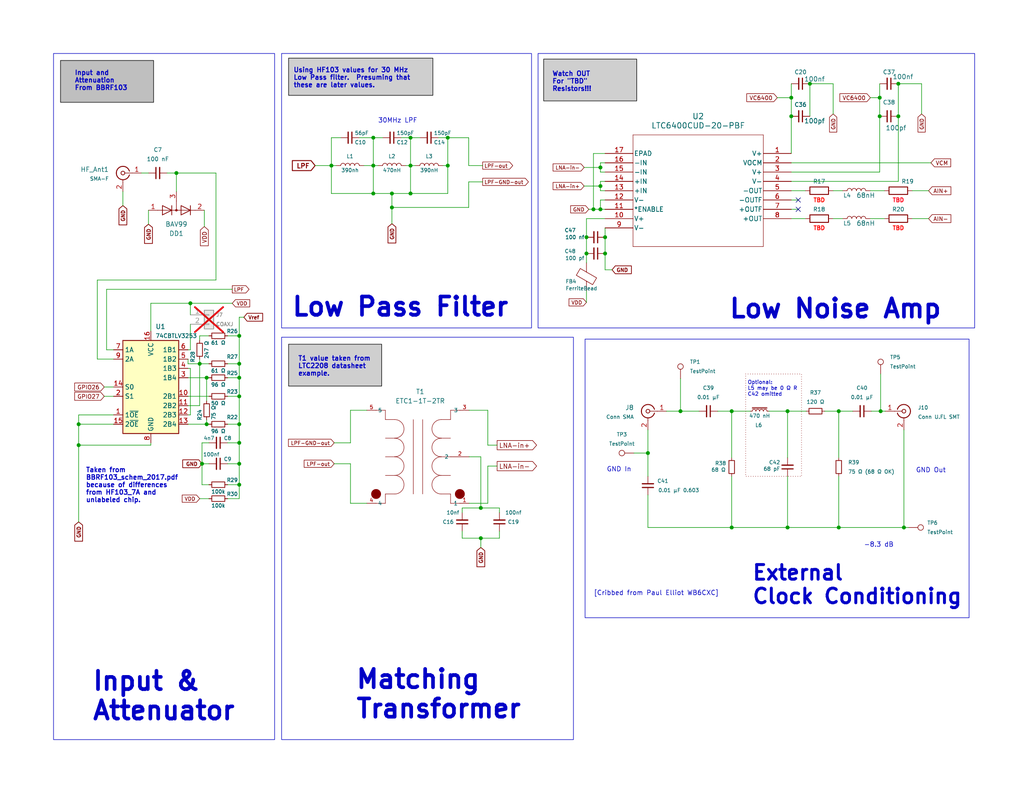
<source format=kicad_sch>
(kicad_sch (version 20231120) (generator "eeschema") (generator_version "8.0")
  (paper "USLetter")
  (title_block (title "PSWS-HF103-proto") (date "2025-04-28") (rev "0.1.0") (company "Dave Witten, KD0EAG") (comment 2 "[ A Minimalist Rework of HF-103 designed by Oskar Stella, ik1xpv ]") (comment 3 "Infineon/Cypress  FX3 DevKit and LTC2208 Demo modules") (comment 4 "A development straw-man based on the"))
  (lib_symbols
    (symbol "Analog_Switch:SN74CBT3253"
      (property "Reference" "U" (at -7.62 13.97 0))
      (property "Value" "SN74CBT3253" (at -11.43 -13.97 0))
      (symbol "SN74CBT3253_0_1"
        (rectangle (start -7.62 12.7) (end 7.62 -12.7) (stroke (width 0.254)) (fill (type background)))
        (rectangle (start 7.62 -12.7) (end 7.62 -12.7))
      )
      (symbol "SN74CBT3253_1_1"
        (pin input line (at -10.16 -7.62 0) (length 2.54) (name "1~{OE}") (number "1"))
        (pin bidirectional line (at 10.16 -2.54 180) (length 2.54) (name "2B1") (number "10"))
        (pin bidirectional line (at 10.16 -5.08 180) (length 2.54) (name "2B2") (number "11"))
        (pin bidirectional line (at 10.16 -7.62 180) (length 2.54) (name "2B3") (number "12"))
        (pin bidirectional line (at 10.16 -10.16 180) (length 2.54) (name "2B4") (number "13"))
        (pin input line (at -10.16 0 0) (length 2.54) (name "S0") (number "14"))
        (pin input line (at -10.16 -10.16 0) (length 2.54) (name "2~{OE}") (number "15"))
        (pin power_in line (at 0 15.24 270) (length 2.54) (name "VCC") (number "16"))
        (pin input line (at -10.16 -2.54 0) (length 2.54) (name "S1") (number "2"))
        (pin bidirectional line (at 10.16 2.54 180) (length 2.54) (name "1B4") (number "3"))
        (pin bidirectional line (at 10.16 5.08 180) (length 2.54) (name "1B3") (number "4"))
        (pin bidirectional line (at 10.16 7.62 180) (length 2.54) (name "1B2") (number "5"))
        (pin bidirectional line (at 10.16 10.16 180) (length 2.54) (name "1B1") (number "6"))
        (pin bidirectional line (at -10.16 10.16 0) (length 2.54) (name "1A") (number "7"))
        (pin power_in line (at 0 -15.24 90) (length 2.54) (name "GND") (number "8"))
        (pin bidirectional line (at -10.16 7.62 0) (length 2.54) (name "2A") (number "9"))
      )
    )
    (symbol "Conn_Coaxial_1" (pin_names (offset 1.016) hide)
      (property "Reference" "J" (at 0.254 3.048 0))
      (property "Value" "Conn_Coaxial" (at 2.921 0 90))
      (symbol "Conn_Coaxial_1_0_1"
        (arc (start -1.778 -0.508) (mid 0.2311 -1.8066) (end 1.778 0) (stroke (width 0.254)))
        (polyline (pts (xy -2.54 0) (xy -0.508 0)))
        (polyline (pts (xy 0 -2.54) (xy 0 -1.778)))
        (circle (center 0 0) (radius 0.508) (stroke (width 0.2032)))
        (arc (start 1.778 0) (mid 0.2099 1.8101) (end -1.778 0.508) (stroke (width 0.254)))
      )
      (symbol "Conn_Coaxial_1_1_1"
        (pin passive line (at -5.08 0 0) (length 2.54) (name "In") (number "1"))
        (pin passive line (at 0 -5.08 90) (length 2.54) (name "Ext") (number "2"))
      )
    )
    (symbol "Connector:Conn_Coaxial" (pin_names (offset 1.016) hide)
      (property "Reference" "J" (at 0.254 3.048 0))
      (property "Value" "Conn_Coaxial" (at 2.921 0 90))
      (symbol "Conn_Coaxial_0_1"
        (arc (start -1.778 -0.508) (mid 0.2311 -1.8066) (end 1.778 0) (stroke (width 0.254)))
        (polyline (pts (xy -2.54 0) (xy -0.508 0)))
        (polyline (pts (xy 0 -2.54) (xy 0 -1.778)))
        (circle (center 0 0) (radius 0.508) (stroke (width 0.2032)))
        (arc (start 1.778 0) (mid 0.2099 1.8101) (end -1.778 0.508) (stroke (width 0.254)))
      )
      (symbol "Conn_Coaxial_1_1"
        (pin passive line (at -5.08 0 0) (length 2.54) (name "In") (number "1"))
        (pin passive line (at 0 -5.08 90) (length 2.54) (name "Ext") (number "2"))
      )
    )
    (symbol "Connector:TestPoint" (pin_numbers hide) (pin_names (offset 0.762) hide)
      (property "Reference" "TP" (at 0 6.858 0))
      (property "Value" "TestPoint" (at 0 5.08 0))
      (symbol "TestPoint_0_1"
        (circle (center 0 3.302) (radius 0.762))
      )
      (symbol "TestPoint_1_1"
        (pin passive line (at 0 0 90) (length 2.54) (name "1") (number "1"))
      )
    )
    (symbol "Connector_Generic:Conn_01x02" (pin_names (offset 1.016) hide)
      (property "Reference" "J" (at 0 2.54 0))
      (property "Value" "Conn_01x02" (at 0 -5.08 0))
      (symbol "Conn_01x02_1_1"
        (rectangle (start -1.27 -2.413) (end 0 -2.667) (stroke (width 0.1524)))
        (rectangle (start -1.27 0.127) (end 0 -0.127) (stroke (width 0.1524)))
        (rectangle (start -1.27 1.27) (end 1.27 -3.81) (stroke (width 0.254)) (fill (type background)))
        (pin passive line (at -5.08 0 0) (length 3.81) (name "Pin_1") (number "1"))
        (pin passive line (at -5.08 -2.54 0) (length 3.81) (name "Pin_2") (number "2"))
      )
    )
    (symbol "Device:C_Small" (pin_numbers hide) (pin_names (offset 0.254) hide)
      (property "Reference" "C" (at 0.254 1.778 0))
      (property "Value" "C_Small" (at 0.254 -2.032 0))
      (symbol "C_Small_0_1"
        (polyline (pts (xy -1.524 -0.508) (xy 1.524 -0.508)) (stroke (width 0.3302)))
        (polyline (pts (xy -1.524 0.508) (xy 1.524 0.508)) (stroke (width 0.3048)))
      )
      (symbol "C_Small_1_1"
        (pin passive line (at 0 2.54 270) (length 2.032) (name "~") (number "1"))
        (pin passive line (at 0 -2.54 90) (length 2.032) (name "~") (number "2"))
      )
    )
    (symbol "Device:FerriteBead" (pin_numbers hide) (pin_names (offset 0))
      (property "Reference" "FB" (at -3.81 0.635 90))
      (property "Value" "FerriteBead" (at 3.81 0 90))
      (symbol "FerriteBead_0_1"
        (polyline (pts (xy 0 -1.27) (xy 0 -1.2192)))
        (polyline (pts (xy 0 1.27) (xy 0 1.2954)))
        (polyline (pts (xy -2.7686 0.4064) (xy -1.7018 2.2606) (xy 2.7686 -0.3048) (xy 1.6764 -2.159) (xy -2.7686 0.4064)))
      )
      (symbol "FerriteBead_1_1"
        (pin passive line (at 0 3.81 270) (length 2.54) (name "~") (number "1"))
        (pin passive line (at 0 -3.81 90) (length 2.54) (name "~") (number "2"))
      )
    )
    (symbol "Device:L" (pin_numbers hide) (pin_names (offset 1.016) hide)
      (property "Reference" "L" (at -1.27 0 90))
      (property "Value" "L" (at 1.905 0 90))
      (symbol "L_0_1"
        (arc (start 0 -2.54) (mid 0.6323 -1.905) (end 0 -1.27))
        (arc (start 0 -1.27) (mid 0.6323 -0.635) (end 0 0))
        (arc (start 0 0) (mid 0.6323 0.635) (end 0 1.27))
        (arc (start 0 1.27) (mid 0.6323 1.905) (end 0 2.54))
      )
      (symbol "L_1_1"
        (pin passive line (at 0 3.81 270) (length 1.27) (name "1") (number "1"))
        (pin passive line (at 0 -3.81 90) (length 1.27) (name "2") (number "2"))
      )
    )
    (symbol "Device:L_Iron_Small" (pin_numbers hide) (pin_names (offset 0.254) hide)
      (property "Reference" "L" (at 1.27 1.016 0))
      (property "Value" "L_Iron_Small" (at 1.27 -1.27 0))
      (symbol "L_Iron_Small_0_1"
        (arc (start 0 -2.032) (mid 0.5058 -1.524) (end 0 -1.016))
        (arc (start 0 -1.016) (mid 0.5058 -0.508) (end 0 0))
        (polyline (pts (xy 0.762 2.032) (xy 0.762 -2.032)))
        (polyline (pts (xy 1.016 -2.032) (xy 1.016 2.032)))
        (arc (start 0 0) (mid 0.5058 0.508) (end 0 1.016))
        (arc (start 0 1.016) (mid 0.5058 1.524) (end 0 2.032))
      )
      (symbol "L_Iron_Small_1_1"
        (pin passive line (at 0 2.54 270) (length 0.508) (name "~") (number "1"))
        (pin passive line (at 0 -2.54 90) (length 0.508) (name "~") (number "2"))
      )
    )
    (symbol "Device:R" (pin_numbers hide) (pin_names (offset 0))
      (property "Reference" "R" (at 2.032 0 90))
      (property "Value" "R" (at 0 0 90))
      (symbol "R_0_1"
        (rectangle (start -1.016 -2.54) (end 1.016 2.54) (stroke (width 0.254)))
      )
      (symbol "R_1_1"
        (pin passive line (at 0 3.81 270) (length 1.27) (name "~") (number "1"))
        (pin passive line (at 0 -3.81 90) (length 1.27) (name "~") (number "2"))
      )
    )
    (symbol "Device:R_Small" (pin_numbers hide) (pin_names (offset 0.254) hide)
      (property "Reference" "R" (at 0.762 0.508 0))
      (property "Value" "R_Small" (at 0.762 -1.016 0))
      (symbol "R_Small_0_1"
        (rectangle (start -0.762 1.778) (end 0.762 -1.778) (stroke (width 0.2032)))
      )
      (symbol "R_Small_1_1"
        (pin passive line (at 0 2.54 270) (length 0.762) (name "~") (number "1"))
        (pin passive line (at 0 -2.54 90) (length 0.762) (name "~") (number "2"))
      )
    )
    (symbol "Diode:BAV99" (pin_names hide)
      (property "Reference" "D" (at 0 5.08 0))
      (property "Value" "BAV99" (at 0 2.54 0))
      (symbol "BAV99_0_1"
        (polyline (pts (xy -5.08 0) (xy 5.08 0)))
      )
      (symbol "BAV99_1_1"
        (polyline (pts (xy 0 0) (xy 0 -2.54)))
        (polyline (pts (xy -1.27 -1.27) (xy -1.27 1.27) (xy -1.27 1.27)) (stroke (width 0.2032)))
        (polyline (pts (xy 3.81 1.27) (xy 3.81 -1.27) (xy 3.81 -1.27)) (stroke (width 0.2032)))
        (polyline (pts (xy -3.81 1.27) (xy -1.27 0) (xy -3.81 -1.27) (xy -3.81 1.27) (xy -3.81 1.27) (xy -3.81 1.27)) (stroke (width 0.2032)))
        (polyline (pts (xy 1.27 1.27) (xy 3.81 0) (xy 1.27 -1.27) (xy 1.27 1.27) (xy 1.27 1.27) (xy 1.27 1.27)) (stroke (width 0.2032)))
        (circle (center 0 0) (radius 0.254) (fill (type outline)))
        (pin passive line (at -7.62 0 0) (length 2.54) (name "K") (number "1"))
        (pin passive line (at 7.62 0 180) (length 2.54) (name "A") (number "2"))
        (pin passive line (at 0 -5.08 90) (length 2.54) (name "K") (number "3"))
      )
    )
    (symbol "HF103-redux:LTC6400CUD-20-PBF" (pin_names (offset 0.254))
      (property "Reference" "U" (at 25.4 10.16 0))
      (property "Value" "LTC6400CUD-20-PBF" (at 25.4 7.62 0))
      (symbol "LTC6400CUD-20-PBF_0_1"
        (polyline (pts (xy 7.62 -25.4) (xy 43.18 -25.4)) (stroke (width 0.127)))
        (polyline (pts (xy 7.62 5.08) (xy 7.62 -25.4)) (stroke (width 0.127)))
        (polyline (pts (xy 43.18 -25.4) (xy 43.18 5.08)) (stroke (width 0.127)))
        (polyline (pts (xy 43.18 5.08) (xy 7.62 5.08)) (stroke (width 0.127)))
        (pin power_in line (at 0 0 0) (length 7.62) (name "V+") (number "1"))
        (pin power_in line (at 50.8 -17.78 180) (length 7.62) (name "V+") (number "10"))
        (pin input line (at 50.8 -15.24 180) (length 7.62) (name "*ENABLE") (number "11"))
        (pin power_in line (at 50.8 -12.7 180) (length 7.62) (name "V-") (number "12"))
        (pin input line (at 50.8 -10.16 180) (length 7.62) (name "+IN") (number "13"))
        (pin input line (at 50.8 -7.62 180) (length 7.62) (name "+IN") (number "14"))
        (pin input line (at 50.8 -5.08 180) (length 7.62) (name "-IN") (number "15"))
        (pin input line (at 50.8 -2.54 180) (length 7.62) (name "-IN") (number "16"))
        (pin unspecified line (at 50.8 0 180) (length 7.62) (name "EPAD") (number "17"))
        (pin output line (at 0 -2.54 0) (length 7.62) (name "VOCM") (number "2"))
        (pin power_in line (at 0 -5.08 0) (length 7.62) (name "V+") (number "3"))
        (pin power_in line (at 0 -7.62 0) (length 7.62) (name "V-") (number "4"))
        (pin output line (at 0 -10.16 0) (length 7.62) (name "-OUT") (number "5"))
        (pin output line (at 0 -12.7 0) (length 7.62) (name "-OUTF") (number "6"))
        (pin output line (at 0 -15.24 0) (length 7.62) (name "+OUTF") (number "7"))
        (pin output line (at 0 -17.78 0) (length 7.62) (name "+OUT") (number "8"))
        (pin power_in line (at 50.8 -20.32 180) (length 7.62) (name "V-") (number "9"))
      )
    )
    (symbol "MACOM_ETC1-1T-2TR:ETC1-1T-2TR"
      (property "Reference" "T2" (at 30.48 -0.6667 90))
      (property "Value" "ETC1-1T-2TR" (at 27.94 -0.6667 90))
      (property "Footprint" "MACOM_ETC1-1T-2TR:ETC1-1-13TR_MCM" (at 44.45 -94.92 0))
      (symbol "ETC1-1T-2TR_0_1"
        (polyline (pts (xy 0 -10.16) (xy 0 -12.7)) (stroke (width 0.127)))
        (polyline (pts (xy 0 10.16) (xy 0 7.62)) (stroke (width 0.127)))
        (polyline (pts (xy 2.54 -10.16) (xy 0 -10.16)) (stroke (width 0.127)))
        (polyline (pts (xy 2.54 -7.62) (xy 2.54 -10.16)) (stroke (width 0.127)))
        (polyline (pts (xy 2.54 -2.54) (xy 22.86 -2.54)) (stroke (width 0.127)))
        (polyline (pts (xy 2.54 0) (xy 22.86 0)) (stroke (width 0.127)))
        (polyline (pts (xy 2.54 5.08) (xy 2.54 7.62)) (stroke (width 0.127)))
        (polyline (pts (xy 2.54 7.62) (xy 0 7.62)) (stroke (width 0.127)))
        (polyline (pts (xy 7.62 -7.62) (xy 7.62 -10.16)) (stroke (width 0.127)))
        (polyline (pts (xy 7.62 5.08) (xy 7.62 7.62)) (stroke (width 0.127)))
        (polyline (pts (xy 12.7 -7.62) (xy 12.7 -10.16)) (stroke (width 0.127)))
        (polyline (pts (xy 12.7 5.08) (xy 12.7 7.62)) (stroke (width 0.127)))
        (polyline (pts (xy 17.78 -7.62) (xy 17.78 -10.16)) (stroke (width 0.127)))
        (polyline (pts (xy 17.78 5.08) (xy 17.78 7.62)) (stroke (width 0.127)))
        (polyline (pts (xy 22.86 -10.16) (xy 25.4 -10.16)) (stroke (width 0.127)))
        (polyline (pts (xy 22.86 -7.62) (xy 22.86 -10.16)) (stroke (width 0.127)))
        (polyline (pts (xy 22.86 5.08) (xy 22.86 7.62)) (stroke (width 0.127)))
        (polyline (pts (xy 22.86 7.62) (xy 25.4 7.62)) (stroke (width 0.127)))
        (polyline (pts (xy 25.4 -12.7) (xy 25.4 -10.16)) (stroke (width 0.127)))
        (polyline (pts (xy 25.4 10.16) (xy 25.4 7.62)) (stroke (width 0.127)))
        (arc (start 2.54 5.08) (mid 5.08 2.551) (end 7.62 5.08) (stroke (width 0.127)))
        (arc (start 7.62 -7.62) (mid 5.08 -5.091) (end 2.54 -7.62) (stroke (width 0.127)))
        (arc (start 7.62 5.08) (mid 10.16 2.551) (end 12.7 5.08) (stroke (width 0.127)))
        (arc (start 12.7 -7.62) (mid 10.16 -5.091) (end 7.62 -7.62) (stroke (width 0.127)))
        (arc (start 12.7 5.08) (mid 15.24 2.551) (end 17.78 5.08) (stroke (width 0.127)))
        (arc (start 17.78 -7.62) (mid 15.24 -5.091) (end 12.7 -7.62) (stroke (width 0.127)))
        (arc (start 17.78 5.08) (mid 20.32 2.551) (end 22.86 5.08) (stroke (width 0.127)))
        (arc (start 22.86 -7.62) (mid 20.32 -5.091) (end 17.78 -7.62) (stroke (width 0.127)))
      )
      (symbol "ETC1-1T-2TR_1_1"
        (circle (center 2.54 -12.7) (radius 1.27) (fill (type outline)))
        (circle (center 2.54 10.16) (radius 1.27) (fill (type outline)))
        (pin passive line (at 0 12.7 270) (length 2.54) (name "1") (number "1"))
        (pin passive line (at 12.7 12.7 270) (length 5.08) (name "2") (number "2"))
        (pin passive line (at 25.4 12.7 270) (length 2.54) (name "3") (number "3"))
        (pin passive line (at 0 -15.24 90) (length 2.54) (name "4") (number "4"))
        (pin passive line (at 25.4 -15.24 90) (length 2.54) (name "5") (number "5"))
      )
    )
  )
  (junction (at 215.9 26.67))
  (junction (at 228.854 144.018))
  (junction (at 65.278 120.904))
  (junction (at 101.854 52.832))
  (junction (at 65.278 115.824))
  (junction (at 176.784 123.698))
  (junction (at 56.388 103.124))
  (junction (at 65.278 108.204))
  (junction (at 131.191 146.939))
  (junction (at 54.483 99.314))
  (junction (at 21.463 121.539))
  (junction (at 240.284 112.268))
  (junction (at 131.191 138.684))
  (junction (at 215.9 31.75))
  (junction (at 112.014 45.212))
  (junction (at 65.278 132.334))
  (junction (at 48.133 47.244))
  (junction (at 199.644 144.018))
  (junction (at 101.854 37.592))
  (junction (at 122.174 45.212))
  (junction (at 65.278 99.314))
  (junction (at 122.174 37.592))
  (junction (at 65.278 91.694))
  (junction (at 161.925 57.15))
  (junction (at 56.388 115.824))
  (junction (at 245.11 22.86))
  (junction (at 160.02 64.77))
  (junction (at 101.854 45.212))
  (junction (at 214.884 112.268))
  (junction (at 163.83 57.15))
  (junction (at 228.854 112.268))
  (junction (at 51.943 82.804))
  (junction (at 199.644 112.268))
  (junction (at 106.934 56.642))
  (junction (at 240.03 26.67))
  (junction (at 21.463 115.824))
  (junction (at 163.83 50.8))
  (junction (at 90.424 45.212))
  (junction (at 240.03 31.75))
  (junction (at 112.014 37.592))
  (junction (at 65.278 103.124))
  (junction (at 160.02 69.215))
  (junction (at 165.1 64.77))
  (junction (at 246.634 144.018))
  (junction (at 163.83 45.72))
  (junction (at 220.98 22.86))
  (junction (at 55.118 126.619))
  (junction (at 185.674 112.268))
  (junction (at 214.884 144.018))
  (junction (at 112.014 52.832))
  (junction (at 106.934 52.832))
  (junction (at 165.1 69.215))
  (junction (at 245.11 31.75))
  (junction (at 65.278 126.619))
  (no_connect (at 217.805 54.61))
  (no_connect (at 217.805 57.15))
  (wire (pts (xy 251.46 31.115) (xy 251.46 22.86)))
  (wire (pts (xy 62.103 99.314) (xy 65.278 99.314)))
  (wire (pts (xy 126.111 145.034) (xy 126.111 146.939)))
  (wire (pts (xy 48.133 47.244) (xy 48.133 52.324)))
  (wire (pts (xy 159.385 45.72) (xy 163.83 45.72)))
  (wire (pts (xy 248.92 59.69) (xy 253.365 59.69)))
  (wire (pts (xy 112.014 45.212) (xy 113.284 45.212)))
  (wire (pts (xy 54.483 99.314) (xy 54.483 110.744)))
  (wire (pts (xy 227.33 31.115) (xy 227.33 22.86)))
  (wire (pts (xy 131.191 138.684) (xy 136.271 138.684)))
  (wire (pts (xy 215.9 54.61) (xy 217.805 54.61)))
  (wire (pts (xy 159.385 50.8) (xy 163.83 50.8)))
  (wire (pts (xy 176.784 144.018) (xy 199.644 144.018)))
  (wire (pts (xy 225.044 112.268) (xy 228.854 112.268)))
  (wire (pts (xy 126.111 138.684) (xy 126.111 139.954)))
  (wire (pts (xy 58.928 47.244) (xy 58.928 76.454)))
  (wire (pts (xy 51.308 99.314) (xy 51.308 98.044)))
  (wire (pts (xy 127.889 45.212) (xy 127.889 37.592)))
  (wire (pts (xy 131.191 124.714) (xy 128.016 124.714)))
  (wire (pts (xy 160.02 59.69) (xy 160.02 64.77)))
  (wire (pts (xy 95.631 137.414) (xy 100.076 137.414)))
  (wire (pts (xy 110.744 45.212) (xy 112.014 45.212)))
  (wire (pts (xy 199.644 144.018) (xy 214.884 144.018)))
  (wire (pts (xy 245.11 22.86) (xy 245.11 31.75)))
  (wire (pts (xy 172.974 123.698) (xy 176.784 123.698)))
  (wire (pts (xy 227.33 52.07) (xy 229.87 52.07)))
  (wire (pts (xy 195.834 112.268) (xy 199.644 112.268)))
  (wire (pts (xy 26.543 98.044) (xy 30.988 98.044)))
  (wire (pts (xy 163.83 45.72) (xy 163.83 46.99)))
  (wire (pts (xy 131.191 149.479) (xy 131.191 146.939)))
  (wire (pts (xy 55.118 126.619) (xy 57.023 126.619)))
  (wire (pts (xy 62.103 136.144) (xy 65.278 136.144)))
  (wire (pts (xy 133.096 127.254) (xy 135.636 127.254)))
  (wire (pts (xy 21.463 115.824) (xy 30.988 115.824)))
  (wire (pts (xy 240.284 112.268) (xy 241.554 112.268)))
  (wire (pts (xy 101.854 45.212) (xy 103.124 45.212)))
  (wire (pts (xy 65.278 103.124) (xy 65.278 108.204)))
  (wire (pts (xy 21.463 113.284) (xy 21.463 115.824)))
  (wire (pts (xy 246.634 117.348) (xy 246.634 144.018)))
  (wire (pts (xy 41.148 82.804) (xy 51.943 82.804)))
  (wire (pts (xy 65.278 108.204) (xy 65.278 115.824)))
  (wire (pts (xy 62.103 120.904) (xy 65.278 120.904)))
  (wire (pts (xy 101.854 37.592) (xy 101.854 45.212)))
  (wire (pts (xy 128.016 112.014) (xy 133.096 112.014)))
  (wire (pts (xy 240.03 26.67) (xy 240.03 31.75)))
  (wire (pts (xy 109.474 37.592) (xy 112.014 37.592)))
  (wire (pts (xy 51.308 99.314) (xy 54.483 99.314)))
  (wire (pts (xy 54.483 91.694) (xy 57.023 91.694)))
  (wire (pts (xy 101.854 52.832) (xy 106.934 52.832)))
  (wire (pts (xy 90.424 45.212) (xy 91.694 45.212)))
  (wire (pts (xy 51.943 100.584) (xy 51.308 100.584)))
  (wire (pts (xy 165.1 64.77) (xy 165.1 69.215)))
  (wire (pts (xy 176.784 117.348) (xy 176.784 123.698)))
  (wire (pts (xy 56.388 114.554) (xy 56.388 115.824)))
  (wire (pts (xy 65.278 132.334) (xy 65.278 136.144)))
  (wire (pts (xy 160.02 64.77) (xy 160.02 69.215)))
  (wire (pts (xy 246.634 144.018) (xy 247.904 144.018)))
  (wire (pts (xy 106.934 52.832) (xy 106.934 56.642)))
  (wire (pts (xy 214.884 130.048) (xy 214.884 144.018)))
  (wire (pts (xy 29.083 95.504) (xy 29.083 78.994)))
  (wire (pts (xy 21.463 113.284) (xy 30.988 113.284)))
  (wire (pts (xy 112.014 52.832) (xy 122.174 52.832)))
  (wire (pts (xy 215.9 26.67) (xy 215.9 31.75)))
  (wire (pts (xy 215.9 57.15) (xy 217.805 57.15)))
  (wire (pts (xy 122.174 45.212) (xy 120.904 45.212)))
  (wire (pts (xy 163.83 46.99) (xy 165.1 46.99)))
  (wire (pts (xy 54.483 98.044) (xy 54.483 99.314)))
  (wire (pts (xy 161.925 41.91) (xy 161.925 57.15)))
  (wire (pts (xy 62.103 126.619) (xy 65.278 126.619)))
  (wire (pts (xy 199.644 130.048) (xy 199.644 144.018)))
  (wire (pts (xy 248.92 52.07) (xy 253.365 52.07)))
  (wire (pts (xy 127.889 45.212) (xy 131.699 45.212)))
  (wire (pts (xy 101.854 45.212) (xy 101.854 52.832)))
  (wire (pts (xy 122.174 45.212) (xy 122.174 52.832)))
  (wire (pts (xy 165.1 54.61) (xy 163.83 54.61)))
  (wire (pts (xy 214.884 112.268) (xy 214.884 124.968)))
  (wire (pts (xy 55.753 57.404) (xy 55.753 61.849)))
  (wire (pts (xy 215.9 52.07) (xy 219.71 52.07)))
  (wire (pts (xy 215.9 49.53) (xy 245.11 49.53)))
  (wire (pts (xy 245.11 31.75) (xy 245.11 49.53)))
  (wire (pts (xy 62.103 103.124) (xy 65.278 103.124)))
  (wire (pts (xy 160.655 57.15) (xy 161.925 57.15)))
  (wire (pts (xy 54.483 136.144) (xy 57.023 136.144)))
  (wire (pts (xy 112.014 37.592) (xy 112.014 45.212)))
  (wire (pts (xy 95.631 120.904) (xy 95.631 112.014)))
  (wire (pts (xy 131.191 138.684) (xy 131.191 124.714)))
  (wire (pts (xy 112.014 37.592) (xy 114.554 37.592)))
  (wire (pts (xy 99.314 45.212) (xy 101.854 45.212)))
  (wire (pts (xy 95.631 112.014) (xy 100.076 112.014)))
  (wire (pts (xy 127.889 37.592) (xy 122.174 37.592)))
  (wire (pts (xy 21.463 121.539) (xy 21.463 142.494)))
  (wire (pts (xy 237.744 112.268) (xy 240.284 112.268)))
  (wire (pts (xy 165.1 44.45) (xy 163.83 44.45)))
  (wire (pts (xy 126.111 138.684) (xy 131.191 138.684)))
  (wire (pts (xy 185.674 103.378) (xy 185.674 112.268)))
  (wire (pts (xy 33.528 52.324) (xy 33.528 56.134)))
  (wire (pts (xy 237.49 52.07) (xy 241.3 52.07)))
  (wire (pts (xy 214.884 144.018) (xy 228.854 144.018)))
  (wire (pts (xy 163.83 49.53) (xy 163.83 50.8)))
  (wire (pts (xy 112.014 45.212) (xy 112.014 52.832)))
  (wire (pts (xy 240.284 102.108) (xy 240.284 112.268)))
  (wire (pts (xy 160.02 69.215) (xy 160.02 71.755)))
  (wire (pts (xy 55.118 126.619) (xy 55.118 132.334)))
  (wire (pts (xy 51.308 110.744) (xy 54.483 110.744)))
  (wire (pts (xy 176.784 135.128) (xy 176.784 144.018)))
  (wire (pts (xy 38.608 47.244) (xy 40.513 47.244)))
  (wire (pts (xy 240.03 31.75) (xy 240.03 46.99)))
  (wire (pts (xy 57.023 120.904) (xy 55.118 120.904)))
  (wire (pts (xy 54.483 92.964) (xy 54.483 91.694)))
  (wire (pts (xy 91.186 126.619) (xy 95.631 126.619)))
  (wire (pts (xy 133.096 127.254) (xy 133.096 137.414)))
  (wire (pts (xy 220.98 31.75) (xy 220.98 22.86)))
  (wire (pts (xy 21.463 115.824) (xy 21.463 121.539)))
  (wire (pts (xy 45.593 47.244) (xy 48.133 47.244)))
  (wire (pts (xy 65.278 120.904) (xy 65.278 126.619)))
  (wire (pts (xy 240.03 22.86) (xy 240.03 26.67)))
  (wire (pts (xy 62.103 91.694) (xy 65.278 91.694)))
  (wire (pts (xy 165.1 62.23) (xy 165.1 64.77)))
  (wire (pts (xy 128.016 137.414) (xy 133.096 137.414)))
  (wire (pts (xy 119.634 37.592) (xy 122.174 37.592)))
  (wire (pts (xy 65.278 86.614) (xy 66.548 86.614)))
  (wire (pts (xy 131.191 146.939) (xy 126.111 146.939)))
  (wire (pts (xy 181.864 112.268) (xy 185.674 112.268)))
  (wire (pts (xy 127.889 56.642) (xy 127.889 49.657)))
  (wire (pts (xy 215.9 59.69) (xy 219.71 59.69)))
  (wire (pts (xy 237.49 59.69) (xy 241.3 59.69)))
  (wire (pts (xy 29.083 78.994) (xy 63.373 78.994)))
  (wire (pts (xy 65.278 126.619) (xy 65.278 132.334)))
  (wire (pts (xy 136.271 145.034) (xy 136.271 146.939)))
  (wire (pts (xy 90.424 45.212) (xy 90.424 52.832)))
  (wire (pts (xy 165.1 73.66) (xy 165.1 69.215)))
  (wire (pts (xy 65.278 99.314) (xy 65.278 103.124)))
  (wire (pts (xy 51.943 113.284) (xy 51.943 100.584)))
  (wire (pts (xy 228.854 130.048) (xy 228.854 144.018)))
  (wire (pts (xy 91.186 120.904) (xy 95.631 120.904)))
  (wire (pts (xy 215.9 22.86) (xy 215.9 26.67)))
  (wire (pts (xy 228.854 144.018) (xy 246.634 144.018)))
  (wire (pts (xy 51.943 88.519) (xy 51.943 95.504)))
  (wire (pts (xy 62.103 132.334) (xy 65.278 132.334)))
  (wire (pts (xy 54.483 99.314) (xy 57.023 99.314)))
  (wire (pts (xy 28.448 108.204) (xy 30.988 108.204)))
  (wire (pts (xy 227.33 59.69) (xy 229.87 59.69)))
  (wire (pts (xy 29.083 95.504) (xy 30.988 95.504)))
  (wire (pts (xy 106.934 56.642) (xy 127.889 56.642)))
  (wire (pts (xy 163.83 50.8) (xy 163.83 52.07)))
  (wire (pts (xy 95.631 137.414) (xy 95.631 126.619)))
  (wire (pts (xy 131.191 146.939) (xy 136.271 146.939)))
  (wire (pts (xy 161.925 57.15) (xy 163.83 57.15)))
  (wire (pts (xy 65.278 91.694) (xy 65.278 99.314)))
  (wire (pts (xy 51.308 108.204) (xy 57.023 108.204)))
  (wire (pts (xy 51.943 82.804) (xy 63.373 82.804)))
  (wire (pts (xy 215.9 44.45) (xy 254 44.45)))
  (wire (pts (xy 237.49 26.67) (xy 240.03 26.67)))
  (wire (pts (xy 26.543 76.454) (xy 26.543 98.044)))
  (wire (pts (xy 98.044 37.592) (xy 101.854 37.592)))
  (wire (pts (xy 212.09 26.67) (xy 215.9 26.67)))
  (wire (pts (xy 48.133 47.244) (xy 58.928 47.244)))
  (wire (pts (xy 101.854 37.592) (xy 104.394 37.592)))
  (wire (pts (xy 106.934 52.832) (xy 112.014 52.832)))
  (wire (pts (xy 165.1 59.69) (xy 160.02 59.69)))
  (wire (pts (xy 26.543 76.454) (xy 58.928 76.454)))
  (wire (pts (xy 251.46 22.86) (xy 245.11 22.86)))
  (wire (pts (xy 163.83 44.45) (xy 163.83 45.72)))
  (wire (pts (xy 55.118 120.904) (xy 55.118 126.619)))
  (wire (pts (xy 122.174 37.592) (xy 122.174 45.212)))
  (wire (pts (xy 90.424 37.592) (xy 90.424 45.212)))
  (wire (pts (xy 127.889 49.657) (xy 131.699 49.657)))
  (wire (pts (xy 163.83 54.61) (xy 163.83 57.15)))
  (wire (pts (xy 199.644 112.268) (xy 204.724 112.268)))
  (wire (pts (xy 51.308 95.504) (xy 51.943 95.504)))
  (wire (pts (xy 185.674 112.268) (xy 190.754 112.268)))
  (wire (pts (xy 165.1 41.91) (xy 161.925 41.91)))
  (wire (pts (xy 214.884 112.268) (xy 219.964 112.268)))
  (wire (pts (xy 55.118 132.334) (xy 57.023 132.334)))
  (wire (pts (xy 165.1 49.53) (xy 163.83 49.53)))
  (wire (pts (xy 62.103 108.204) (xy 65.278 108.204)))
  (wire (pts (xy 41.148 82.804) (xy 41.148 90.424)))
  (wire (pts (xy 167.005 73.66) (xy 165.1 73.66)))
  (wire (pts (xy 228.854 112.268) (xy 232.664 112.268)))
  (wire (pts (xy 51.943 82.804) (xy 51.943 85.979)))
  (wire (pts (xy 51.308 115.824) (xy 56.388 115.824)))
  (wire (pts (xy 176.784 123.698) (xy 176.784 130.048)))
  (wire (pts (xy 163.83 57.15) (xy 165.1 57.15)))
  (wire (pts (xy 160.02 79.375) (xy 160.02 82.55)))
  (wire (pts (xy 40.513 57.404) (xy 40.513 61.214)))
  (wire (pts (xy 21.463 121.539) (xy 41.148 121.539)))
  (wire (pts (xy 228.854 112.268) (xy 228.854 124.968)))
  (wire (pts (xy 106.934 56.642) (xy 106.934 61.087)))
  (wire (pts (xy 209.804 112.268) (xy 214.884 112.268)))
  (wire (pts (xy 227.33 22.86) (xy 220.98 22.86)))
  (wire (pts (xy 199.644 112.268) (xy 199.644 124.968)))
  (wire (pts (xy 62.103 115.824) (xy 65.278 115.824)))
  (wire (pts (xy 163.83 52.07) (xy 165.1 52.07)))
  (wire (pts (xy 51.308 103.124) (xy 56.388 103.124)))
  (wire (pts (xy 85.979 45.212) (xy 90.424 45.212)))
  (wire (pts (xy 51.308 113.284) (xy 51.943 113.284)))
  (wire (pts (xy 136.271 138.684) (xy 136.271 139.954)))
  (wire (pts (xy 90.424 52.832) (xy 101.854 52.832)))
  (wire (pts (xy 56.388 115.824) (xy 57.023 115.824)))
  (wire (pts (xy 215.9 46.99) (xy 240.03 46.99)))
  (wire (pts (xy 41.148 120.904) (xy 41.148 121.539)))
  (wire (pts (xy 215.9 31.75) (xy 215.9 41.91)))
  (wire (pts (xy 135.636 121.539) (xy 133.096 121.539)))
  (wire (pts (xy 65.278 91.694) (xy 65.278 86.614)))
  (wire (pts (xy 133.096 121.539) (xy 133.096 112.014)))
  (wire (pts (xy 65.278 115.824) (xy 65.278 120.904)))
  (wire (pts (xy 56.388 103.124) (xy 56.388 109.474)))
  (wire (pts (xy 28.448 105.664) (xy 30.988 105.664)))
  (wire (pts (xy 90.424 37.592) (xy 92.964 37.592)))
  (wire (pts (xy 56.388 103.124) (xy 57.023 103.124)))
  (rectangle (start 203.454 102.108) (end 218.694 130.048) (stroke (width 0) (type dot) (color 132 0 0 0.42)))
  (rectangle (start 76.835 92.075) (end 156.464 201.93))
  (rectangle (start 78.74 15.875) (end 118.11 26.035) (stroke (width 0) (color 0 0 0 1)) (fill (type color) (color 0 0 0 0.19)))
  (rectangle (start 78.74 93.98) (end 104.14 105.41) (stroke (width 0) (color 0 0 0 1)) (fill (type color) (color 0 0 0 0.19)))
  (rectangle (start 14.605 14.605) (end 74.93 201.93))
  (rectangle (start 76.835 14.605) (end 145.034 89.535))
  (rectangle (start 146.812 14.605) (end 265.938 89.535))
  (rectangle (start 16.51 16.51) (end 41.91 27.94) (stroke (width 0) (color 0 0 0 1)) (fill (type color) (color 72 72 72 0.35)))
  (rectangle (start 148.336 16.129) (end 173.736 27.559) (stroke (width 0) (color 0 0 0 1)) (fill (type color) (color 0 0 0 0.19)))
  (rectangle (start 159.639 92.583) (end 264.414 168.656))
  (text "Using HF103 values for 30 MHz\nLow Pass filter.  Presuming that\nthese are later values." (at 80.01 24.13 0) (effects (font (size 1.27 1.27) (bold yes)) (justify left bottom)))
  (text "-8.3 dB" (at 239.776 148.844 0) (effects (font (size 1.27 1.27))))
  (text "Optional:\nL5 may be 0 Ω R\nC42 omitted" (at 203.962 106.172 0) (effects (font (size 1 1)) (justify left)))
  (text "Low Pass Filter" (at 139.192 86.868 0) (effects (font (size 5 5) (thickness 1) (bold yes)) (justify right bottom)))
  (text "Low Noise Amp" (at 257.302 87.376 0) (effects (font (size 5 5) (bold yes)) (justify right bottom)))
  (text "T1 value taken from \nLTC2208 datasheet \nexample." (at 81.28 102.87 0) (effects (font (size 1.27 1.27) (bold yes)) (justify left bottom)))
  (text "GND In" (at 168.91 128.27 0) (effects (font (size 1.27 1.27))))
  (text "Input and\nAttenuation\nFrom BBRF103" (at 20.32 24.892 0) (effects (font (size 1.27 1.27) (bold yes)) (justify left bottom)))
  (text "Input &\nAttenuator" (at 24.892 197.104 0) (effects (font (size 5 5) (bold yes)) (justify left bottom)))
  (text "Taken from \nBBRF103_schem_2017.pdf\nbecause of differences \nfrom HF103_7A and \nunlabeled chip.\n" (at 23.368 137.414 0) (effects (font (size 1.27 1.27) (thickness 0.254) (bold yes)) (justify left bottom)))
  (text "GND Out" (at 254 128.524 0) (effects (font (size 1.27 1.27))))
  (text "External \nClock Conditioning" (at 204.978 165.354 0) (effects (font (size 4 4) (bold yes)) (justify left bottom)))
  (text "Watch OUT\nFor \"TBD\" \nResistors!!!" (at 150.622 25.146 0) (effects (font (size 1.27 1.27) (bold yes)) (justify left bottom)))
  (text "Matching\nTransformer" (at 96.774 196.596 0) (effects (font (size 5 5) (bold yes)) (justify left bottom)))
  (text "[Cribbed from Paul Elliot WB6CXC]" (at 179.07 162.052 0) (effects (font (size 1.27 1.27))))
  (text "30MHz LPF" (at 103.124 33.782 0) (effects (font (size 1.27 1.27)) (justify left bottom)))
  (global_label "GND" (shape input) (at 55.118 126.619 180) (effects (font (size 1 1) (bold yes))) (property "Intersheetrefs" "${INTERSHEET_REFS}" (at 49.3451 126.619 0) (effects (justify right))))
  (global_label "VDD" (shape input) (at 55.753 61.849 270) (effects (font (size 1.1 1.1))) (property "Intersheetrefs" "${INTERSHEET_REFS}" (at 55.753 67.5084 90) (effects (justify right))))
  (global_label "VC6400" (shape input) (at 237.49 26.67 180) (effects (font (size 1.1 1.1))) (property "Intersheetrefs" "${INTERSHEET_REFS}" (at 228.7402 26.67 0) (effects (justify right))))
  (global_label "GND" (shape input) (at 21.463 142.494 270) (effects (font (size 1 1) (bold yes))) (property "Intersheetrefs" "${INTERSHEET_REFS}" (at 21.463 148.2669 90) (effects (justify right))))
  (global_label "LNA-in+" (shape output) (at 135.636 121.539 0) (property "Intersheetrefs" "${INTERSHEET_REFS}" (at 146.967 121.539 0) (effects (justify left))))
  (global_label "AIN+" (shape input) (at 253.365 52.07 0) (effects (font (size 1.1 1.1))) (property "Intersheetrefs" "${INTERSHEET_REFS}" (at 259.8625 52.07 0) (effects (justify left))))
  (global_label "LPF" (shape input) (at 85.979 45.212 180) (effects (font (thickness 0.254) (bold yes))) (property "Intersheetrefs" "${INTERSHEET_REFS}" (at 79.1311 45.212 0) (effects (justify right))))
  (global_label "LNA-in+" (shape input) (at 159.385 50.8 180) (effects (font (size 1 1))) (property "Intersheetrefs" "${INTERSHEET_REFS}" (at 150.4633 50.8 0) (effects (justify right))))
  (global_label "LPF-GND-out" (shape output) (at 131.699 49.657 0) (effects (font (size 1 1))) (property "Intersheetrefs" "${INTERSHEET_REFS}" (at 144.6207 49.657 0) (effects (justify left))))
  (global_label "GND" (shape input) (at 33.528 56.134 270) (effects (font (size 1 1) (bold yes))) (property "Intersheetrefs" "${INTERSHEET_REFS}" (at 33.528 61.9069 90) (effects (justify right))))
  (global_label "GND" (shape input) (at 167.005 73.66 0) (effects (font (size 1 1) (thickness 0.2) (bold yes))) (property "Intersheetrefs" "${INTERSHEET_REFS}" (at 172.7779 73.66 0) (effects (justify left))))
  (global_label "GND" (shape input) (at 40.513 61.214 270) (effects (font (size 1 1) (bold yes))) (property "Intersheetrefs" "${INTERSHEET_REFS}" (at 40.513 66.9869 90) (effects (justify right))))
  (global_label "GND" (shape input) (at 106.934 61.087 270) (effects (font (size 1 1) (bold yes))) (property "Intersheetrefs" "${INTERSHEET_REFS}" (at 106.934 66.8599 90) (effects (justify right))))
  (global_label "GPIO27" (shape input) (at 28.448 108.204 180) (effects (font (size 1.1 1.1))) (property "Intersheetrefs" "${INTERSHEET_REFS}" (at 19.9601 108.204 0) (effects (justify right))))
  (global_label "VCM" (shape input) (at 254 44.45 0) (effects (font (size 1.1 1.1))) (property "Intersheetrefs" "${INTERSHEET_REFS}" (at 259.8165 44.45 0) (effects (justify left))))
  (global_label "VDD" (shape input) (at 160.02 82.55 180) (effects (font (size 1 1))) (property "Intersheetrefs" "${INTERSHEET_REFS}" (at 154.8126 82.55 0) (effects (justify right))))
  (global_label "GND" (shape input) (at 160.655 57.15 180) (effects (font (size 1 1))) (property "Intersheetrefs" "${INTERSHEET_REFS}" (at 155.2571 57.15 0) (effects (justify right))))
  (global_label "LNA-in-" (shape output) (at 135.636 127.254 0) (property "Intersheetrefs" "${INTERSHEET_REFS}" (at 146.967 127.254 0) (effects (justify left))))
  (global_label "AIN-" (shape input) (at 253.365 59.69 0) (effects (font (size 1.1 1.1))) (property "Intersheetrefs" "${INTERSHEET_REFS}" (at 259.8625 59.69 0) (effects (justify left))))
  (global_label "LNA-in-" (shape input) (at 159.385 45.72 180) (effects (font (size 1 1))) (property "Intersheetrefs" "${INTERSHEET_REFS}" (at 150.4633 45.72 0) (effects (justify right))))
  (global_label "VC6400" (shape input) (at 212.09 26.67 180) (effects (font (size 1.1 1.1))) (property "Intersheetrefs" "${INTERSHEET_REFS}" (at 203.3402 26.67 0) (effects (justify right))))
  (global_label "VDD" (shape input) (at 54.483 136.144 180) (effects (font (size 1 1))) (property "Intersheetrefs" "${INTERSHEET_REFS}" (at 49.2756 136.144 0) (effects (justify right))))
  (global_label "LPF-GND-out" (shape input) (at 91.186 120.904 180) (effects (font (size 1 1))) (property "Intersheetrefs" "${INTERSHEET_REFS}" (at 78.2643 120.904 0) (effects (justify right))))
  (global_label "GND" (shape input) (at 227.33 31.115 270) (effects (font (size 1 1))) (property "Intersheetrefs" "${INTERSHEET_REFS}" (at 227.33 36.5129 90) (effects (justify right))))
  (global_label "LPF" (shape output) (at 63.373 78.994 0) (effects (font (size 1 1))) (property "Intersheetrefs" "${INTERSHEET_REFS}" (at 68.3899 78.994 0) (effects (justify left))))
  (global_label "GND" (shape input) (at 251.46 31.115 270) (effects (font (size 1 1))) (property "Intersheetrefs" "${INTERSHEET_REFS}" (at 251.46 36.5129 90) (effects (justify right))))
  (global_label "GND" (shape input) (at 131.191 149.479 270) (effects (font (size 1 1) (bold yes))) (property "Intersheetrefs" "${INTERSHEET_REFS}" (at 131.191 155.2519 90) (effects (justify right))))
  (global_label "LPF-out" (shape input) (at 91.186 126.619 180) (effects (font (size 1 1))) (property "Intersheetrefs" "${INTERSHEET_REFS}" (at 82.55 126.619 0) (effects (justify right))))
  (global_label "Vref" (shape input) (at 66.548 86.614 0) (effects (font (size 1 1) (bold yes))) (property "Intersheetrefs" "${INTERSHEET_REFS}" (at 72.1779 86.614 0) (effects (justify left))))
  (global_label "LPF-out" (shape output) (at 131.699 45.212 0) (effects (font (size 1 1))) (property "Intersheetrefs" "${INTERSHEET_REFS}" (at 140.335 45.212 0) (effects (justify left))))
  (global_label "VDD" (shape input) (at 63.373 82.804 0) (effects (font (size 1 1))) (property "Intersheetrefs" "${INTERSHEET_REFS}" (at 68.5804 82.804 0) (effects (justify left))))
  (global_label "GPIO26" (shape input) (at 28.448 105.664 180) (effects (font (size 1.1 1.1))) (property "Intersheetrefs" "${INTERSHEET_REFS}" (at 19.9601 105.664 0) (effects (justify right))))
  (symbol (lib_id "Device:L") (at 106.934 45.212 90) (unit 1)
    (property "Reference" "L2" (at 106.934 42.672 90) (effects (font (size 1 1))))
    (property "Value" "470nH" (at 106.934 46.482 90) (effects (font (size 1 1))))
    (property "Footprint" "Inductor_SMD:L_0603_1608Metric" (effects (hide yes)))
    (instances (project "ClemSDR-Min_Modules_v4 (bis).kicad_pro" (path "" (reference "L2") (unit 1))) (project "HF103-redux" (path "" (reference "L4") (unit 1))))
  )
  (symbol (lib_id "Device:R_Small") (at 228.854 127.508 0) (unit 1)
    (property "Reference" "R39" (at 231.394 126.238 0) (effects (font (size 1 1)) (justify left)))
    (property "Value" "75 Ω (68 Ω OK)" (at 231.394 128.778 0) (effects (font (size 1 1)) (justify left)))
    (property "Description" "Resistor, small symbol" (effects (hide yes)))
  )
  (symbol (lib_id "Device:L") (at 233.68 59.69 90) (unit 1)
    (property "Reference" "L5" (at 231.14 60.96 90) (effects (font (size 1.1 1.1))))
    (property "Value" "68nH" (at 236.22 60.96 90))
    (property "Footprint" "Inductor_SMD:L_0603_1608Metric" (effects (hide yes)))
    (instances (project "ClemSDR-Min_Modules_v4 (bis).kicad_pro" (path "" (reference "L5") (unit 1))) (project "HF103-redux" (path "" (reference "L3") (unit 1))))
  )
  (symbol (lib_id "Connector:TestPoint") (at 185.674 103.378 0) (unit 1)
    (property "Reference" "TP1" (at 188.214 98.806 0) (effects (font (size 1 1)) (justify left)))
    (property "Value" "TestPoint" (at 188.214 101.346 0) (effects (font (size 1 1)) (justify left)))
    (property "Description" "test point" (effects (hide yes)))
  )
  (symbol (lib_id "Device:C_Small") (at 242.57 31.75 270) (unit 1)
    (property "Reference" "C38" (at 242.57 27.94 90) (effects (font (size 1.1 1.1))))
    (property "Value" "100pf" (at 244.475 34.925 90))
    (property "Footprint" "Capacitor_SMD:C_0603_1608Metric" (effects (hide yes)))
    (instances (project "ClemSDR-Min_Modules_v4 (bis).kicad_pro" (path "" (reference "C38") (unit 1))) (project "HF103-redux" (path "" (reference "C42") (unit 1))))
  )
  (symbol (lib_id "Device:R") (at 223.52 59.69 270) (unit 1)
    (property "Reference" "R18" (at 223.52 57.15 90) (effects (font (size 1.1 1.1))))
    (property "Value" "TBD" (at 223.52 62.23 90) (effects (font (size 1.1 1.1) (bold yes))))
    (property "Footprint" "Resistor_SMD:R_0603_1608Metric" (effects (hide yes)))
    (instances (project "ClemSDR-Min_Modules_v4 (bis).kicad_pro" (path "" (reference "R18") (unit 1))) (project "HF103-redux" (path "" (reference "R17") (unit 1))))
  )
  (symbol (lib_id "Device:C_Small") (at 117.094 37.592 270) (unit 1)
    (property "Reference" "C14" (at 118.364 38.862 90) (effects (font (size 1 1)) (justify left)))
    (property "Value" "150pF" (at 118.364 36.322 90) (effects (font (size 1 1)) (justify left)))
    (property "Footprint" "Capacitor_SMD:C_0603_1608Metric" (effects (hide yes)))
    (instances (project "ClemSDR-Min_Modules_v4 (bis).kicad_pro" (path "" (reference "C14") (unit 1))) (project "HF103-redux" (path "" (reference "C60") (unit 1))))
  )
  (symbol (lib_id "Device:FerriteBead") (at 160.02 75.565 0) (unit 1)
    (property "Reference" "FB4" (at 154.305 76.835 0) (effects (font (size 1 1)) (justify left)))
    (property "Value" "FerriteBead" (at 154.305 78.74 0) (effects (font (size 1 1)) (justify left)))
    (property "Footprint" "Resistor_SMD:R_0603_1608Metric" (effects (hide yes)))
  )
  (symbol (lib_id "Device:R_Small") (at 59.563 132.334 270) (unit 1)
    (property "Reference" "R29" (at 63.373 131.064 90) (effects (font (size 1 1))))
    (property "Value" "100k" (at 59.563 134.239 90) (effects (font (size 1 1))))
    (property "Footprint" "Resistor_SMD:R_0603_1608Metric" (effects (hide yes)))
  )
  (symbol (lib_id "Device:R") (at 223.52 52.07 270) (unit 1)
    (property "Reference" "R17" (at 223.52 49.53 90) (effects (font (size 1.1 1.1))))
    (property "Value" "TBD" (at 223.52 54.61 90) (effects (font (size 1.1 1.1) (bold yes))))
    (property "Footprint" "Resistor_SMD:R_0603_1608Metric" (effects (hide yes)))
    (instances (project "ClemSDR-Min_Modules_v4 (bis).kicad_pro" (path "" (reference "R17") (unit 1))) (project "HF103-redux" (path "" (reference "R18") (unit 1))))
  )
  (symbol (lib_id "Connector:TestPoint") (at 172.974 123.698 90) (unit 1)
    (property "Reference" "TP3" (at 169.672 118.618 90) (effects (font (size 1 1))))
    (property "Value" "TestPoint" (at 169.672 121.158 90) (effects (font (size 1 1))))
    (property "Description" "test point" (effects (hide yes)))
  )
  (symbol (lib_id "Device:C_Small") (at 106.934 37.592 270) (unit 1)
    (property "Reference" "C12" (at 108.204 38.862 90) (effects (font (size 1 1)) (justify left)))
    (property "Value" "150pF" (at 108.204 36.322 90) (effects (font (size 1 1)) (justify left)))
    (property "Footprint" "Capacitor_SMD:C_0603_1608Metric" (effects (hide yes)))
    (instances (project "ClemSDR-Min_Modules_v4 (bis).kicad_pro" (path "" (reference "C12") (unit 1))) (project "HF103-redux" (path "" (reference "C59") (unit 1))))
  )
  (symbol (lib_id "Device:R_Small") (at 56.388 112.014 180) (unit 1)
    (property "Reference" "R24" (at 54.483 113.284 90) (effects (font (size 1 1))))
    (property "Value" "75 Ω" (at 58.293 112.649 90) (effects (font (size 1 1))))
    (property "Footprint" "Resistor_SMD:R_0603_1608Metric" (effects (hide yes)))
  )
  (symbol (lib_id "Device:C_Small") (at 218.44 22.86 270) (unit 1)
    (property "Reference" "C20" (at 218.44 19.685 90) (effects (font (size 1.1 1.1))))
    (property "Value" "100nf" (at 222.25 21.59 90))
    (property "Footprint" "Capacitor_SMD:C_0603_1608Metric" (effects (hide yes)))
    (instances (project "ClemSDR-Min_Modules_v4 (bis).kicad_pro" (path "" (reference "C20") (unit 1))) (project "HF103-redux" (path "" (reference "C45") (unit 1))))
  )
  (symbol (lib_id "Device:R_Small") (at 199.644 127.508 0) (unit 1)
    (property "Reference" "R38" (at 195.072 126.492 0) (effects (font (size 1 1)) (justify left)))
    (property "Value" "68 Ω" (at 194.056 128.27 0) (effects (font (size 1 1)) (justify left)))
    (property "Description" "Resistor, small symbol" (effects (hide yes)))
  )
  (symbol (lib_id "Device:C_Small") (at 95.504 37.592 270) (unit 1)
    (property "Reference" "C10" (at 96.774 38.862 90) (effects (font (size 1 1)) (justify left)))
    (property "Value" "56pF" (at 96.774 36.322 90) (effects (font (size 1 1)) (justify left)))
    (property "Footprint" "Capacitor_SMD:C_0603_1608Metric" (effects (hide yes)))
    (instances (project "ClemSDR-Min_Modules_v4 (bis).kicad_pro" (path "" (reference "C10") (unit 1))) (project "HF103-redux" (path "" (reference "C58") (unit 1))))
  )
  (symbol (lib_id "Device:R_Small") (at 59.563 108.204 270) (unit 1)
    (property "Reference" "R23" (at 63.373 106.934 90) (effects (font (size 1 1))))
    (property "Value" "50 Ω" (at 59.563 110.109 90) (effects (font (size 1 1))))
    (property "Footprint" "Resistor_SMD:R_0603_1608Metric" (effects (hide yes)))
  )
  (symbol (lib_id "Device:R_Small") (at 54.483 95.504 180) (unit 1)
    (property "Reference" "R28" (at 52.578 97.409 90) (effects (font (size 1 1))))
    (property "Value" "247 Ω" (at 56.388 95.504 90) (effects (font (size 1 1))))
    (property "Footprint" "Resistor_SMD:R_0603_1608Metric" (effects (hide yes)))
  )
  (symbol (lib_id "Device:C_Small") (at 176.784 132.588 180) (unit 1)
    (property "Reference" "C41" (at 179.324 131.3115 0) (effects (font (size 1 1)) (justify right)))
    (property "Value" "0.01 μF 0.603" (at 179.578 133.858 0) (effects (font (size 1 1)) (justify right)))
    (property "Description" "Unpolarized capacitor, small symbol" (effects (hide yes)))
  )
  (symbol (lib_id "Device:C_Small") (at 162.56 69.215 270) (unit 1)
    (property "Reference" "C48" (at 155.575 68.58 90) (effects (font (size 1 1))))
    (property "Value" "100 pf" (at 156.845 70.485 90) (effects (font (size 1 1))))
    (property "Footprint" "Capacitor_SMD:C_0603_1608Metric" (effects (hide yes)))
  )
  (symbol (lib_id "Connector:TestPoint") (at 247.904 144.018 270) (unit 1)
    (property "Reference" "TP6" (at 252.984 142.748 90) (effects (font (size 1 1)) (justify left)))
    (property "Value" "TestPoint" (at 252.984 145.288 90) (effects (font (size 1 1)) (justify left)))
    (property "Description" "test point" (effects (hide yes)))
  )
  (symbol (lib_id "Device:C_Small") (at 242.57 22.86 270) (unit 1)
    (property "Reference" "C37" (at 242.57 19.685 90) (effects (font (size 1.1 1.1))))
    (property "Value" "100nf" (at 246.38 20.955 90))
    (property "Footprint" "Capacitor_SMD:C_0603_1608Metric" (effects (hide yes)))
    (instances (project "ClemSDR-Min_Modules_v4 (bis).kicad_pro" (path "" (reference "C37") (unit 1))) (project "HF103-redux" (path "" (reference "C41") (unit 1))))
  )
  (symbol (lib_id "Device:R_Small") (at 59.563 115.824 270) (unit 1)
    (property "Reference" "R22" (at 63.373 113.919 90) (effects (font (size 1 1))))
    (property "Value" "96 Ω" (at 59.563 117.729 90) (effects (font (size 1 1))))
    (property "Footprint" "Resistor_SMD:R_0603_1608Metric" (effects (hide yes)))
  )
  (symbol (lib_id "HF103-redux:LTC6400CUD-20-PBF") (at 215.9 41.91 0) (mirror y) (unit 1)
    (property "Reference" "U2" (at 190.5 31.75 0) (effects (font (size 1.524 1.524))))
    (property "Value" "LTC6400CUD-20-PBF" (at 190.5 34.29 0) (effects (font (size 1.524 1.524))))
    (property "Footprint" "Package_DFN_QFN:QFN-16-1EP_3x3mm_P0.5mm_EP1.75x1.75mm" (effects (hide yes)))
    (property "Datasheet" "https://www.analog.com/media/en/technical-documentation/data-sheets/640020f.pdf" (effects (hide yes)))
  )
  (symbol (lib_id "MACOM_ETC1-1T-2TR:ETC1-1T-2TR") (at 115.316 137.414 270) (mirror x) (unit 1)
    (property "Reference" "T1" (at 114.6493 106.934 90))
    (property "Value" "ETC1-1T-2TR" (at 114.6493 109.474 90))
    (property "Footprint" "MACOM_ETC1-1T-2TR:ETC1-1-13TR_MCM" (effects (hide yes)))
    (property "Datasheet" "https://cdn.macom.com/datasheets/ETC4-1-2-TR.pdf" (effects (hide yes)))
    (property "Mouser Part Number" "937-ETC1-1T-2" (effects (hide yes)))
    (property "Mouser Price/Stock" "https://www.mouser.co.uk/ProductDetail/MACOM/ETC1-1T-2TR?qs=Z9twEOuL%252B%2FJJqd2fxpSi6w%3D%3D" (effects (hide yes)))
    (property "Manufacturer_Name" "MACOM" (effects (hide yes)))
    (property "Manufacturer_Part_Number" "ETC1-1T-2TR" (effects (hide yes)))
  )
  (symbol (lib_id "Device:R") (at 245.11 59.69 270) (unit 1)
    (property "Reference" "R20" (at 245.11 57.15 90) (effects (font (size 1.1 1.1))))
    (property "Value" "TBD" (at 245.11 62.23 90) (effects (font (size 1.1 1.1) (bold yes))))
    (property "Footprint" "Resistor_SMD:R_0603_1608Metric" (effects (hide yes)))
  )
  (symbol (lib_id "Device:C_Small") (at 136.271 142.494 0) (mirror x) (unit 1)
    (property "Reference" "C19" (at 140.081 142.494 0) (effects (font (size 1 1))))
    (property "Value" "100nf" (at 140.081 139.954 0) (effects (font (size 1 1))))
    (property "Footprint" "Capacitor_SMD:C_0603_1608Metric" (effects (hide yes)))
    (instances (project "ClemSDR-Min_Modules_v4 (bis).kicad_pro" (path "" (reference "C19") (unit 1))) (project "HF103-redux" (path "" (reference "C52") (unit 1))))
  )
  (symbol (lib_id "Device:R_Small") (at 59.563 91.694 270) (unit 1)
    (property "Reference" "R26" (at 63.373 90.424 90) (effects (font (size 1 1))))
    (property "Value" "61 Ω" (at 59.563 93.599 90) (effects (font (size 1 1))))
    (property "Footprint" "Resistor_SMD:R_0603_1608Metric" (effects (hide yes)))
  )
  (symbol (lib_id "Device:L") (at 117.094 45.212 90) (unit 1)
    (property "Reference" "L3" (at 117.094 42.672 90) (effects (font (size 1 1))))
    (property "Value" "390nH" (at 117.094 46.482 90) (effects (font (size 1 1))))
    (property "Footprint" "Inductor_SMD:L_0603_1608Metric" (effects (hide yes)))
    (instances (project "ClemSDR-Min_Modules_v4 (bis).kicad_pro" (path "" (reference "L3") (unit 1))) (project "HF103-redux" (path "" (reference "L5") (unit 1))))
  )
  (symbol (lib_id "Device:C_Small") (at 126.111 142.494 0) (mirror x) (unit 1)
    (property "Reference" "C16" (at 122.301 142.494 0) (effects (font (size 1 1))))
    (property "Value" "10nf" (at 123.571 139.954 0) (effects (font (size 1 1))))
    (property "Footprint" "Capacitor_SMD:C_0603_1608Metric" (effects (hide yes)))
    (instances (project "ClemSDR-Min_Modules_v4 (bis).kicad_pro" (path "" (reference "C16") (unit 1))) (project "HF103-redux" (path "" (reference "C50") (unit 1))))
  )
  (symbol (lib_id "Device:R_Small") (at 59.563 136.144 270) (unit 1)
    (property "Reference" "R30" (at 63.373 134.874 90) (effects (font (size 1 1))))
    (property "Value" "100k" (at 59.563 138.049 90) (effects (font (size 1 1))))
    (property "Footprint" "Resistor_SMD:R_0603_1608Metric" (effects (hide yes)))
  )
  (symbol (lib_id "Device:C_Small") (at 235.204 112.268 270) (unit 1)
    (property "Reference" "C40" (at 235.1976 105.918 90) (effects (font (size 1 1))))
    (property "Value" "0.01 μF" (at 235.1976 108.458 90) (effects (font (size 1 1))))
    (property "Description" "Unpolarized capacitor, small symbol" (effects (hide yes)))
  )
  (symbol (lib_name "Conn_Coaxial_1") (lib_id "Connector:Conn_Coaxial") (at 246.634 112.268 0) (unit 1)
    (property "Reference" "J10" (at 250.444 111.2911 0) (effects (font (size 1 1)) (justify left)))
    (property "Value" "Conn U.FL SMT" (at 250.444 113.8311 0) (effects (font (size 1 1)) (justify left)))
    (property "Description" "coaxial connector (BNC, SMA, SMB, SMC, Cinch/RCA, LEMO, ...)" (effects (hide yes)))
  )
  (symbol (lib_id "Analog_Switch:SN74CBT3253") (at 41.148 105.664 0) (unit 1)
    (property "Reference" "U1" (at 42.418 89.154 0) (effects (justify left)))
    (property "Value" "74CBTLV3253" (at 42.418 91.694 0) (effects (font (size 1.1 1.1)) (justify left)))
    (property "Footprint" "Package_SO:SO-16_5.3x10.2mm_P1.27mm" (effects (hide yes)))
    (property "Datasheet" "http://www.ti.com/lit/gpn/sn74cbt3253" (effects (hide yes)))
    (instances (project "ClemSDR-Min_Modules_v4 (bis).kicad_pro" (path "" (reference "U1") (unit 1))) (project "HF103-redux" (path "" (reference "U5") (unit 1))))
  )
  (symbol (lib_id "Device:R") (at 245.11 52.07 270) (unit 1)
    (property "Reference" "R19" (at 247.65 49.53 90) (effects (font (size 1.1 1.1))))
    (property "Value" "TBD" (at 245.11 54.61 90) (effects (font (size 1.1 1.1) (bold yes))))
    (property "Footprint" "Resistor_SMD:R_0603_1608Metric" (effects (hide yes)))
  )
  (symbol (lib_id "Device:C_Small") (at 59.563 126.619 270) (mirror x) (unit 1)
    (property "Reference" "C9" (at 62.103 125.349 90) (effects (font (size 1 1))))
    (property "Value" "100nf" (at 57.658 124.079 90) (effects (font (size 1 1))))
    (property "Footprint" "Capacitor_SMD:C_0603_1608Metric" (effects (hide yes)))
    (instances (project "ClemSDR-Min_Modules_v4 (bis).kicad_pro" (path "" (reference "C9") (unit 1))) (project "HF103-redux" (path "" (reference "C50") (unit 1))))
  )
  (symbol (lib_id "Connector_Generic:Conn_01x02") (at 57.023 85.979 0) (unit 1) (dnp yes)
    (property "Reference" "J7" (at 58.928 85.979 0) (effects (font (size 1 1)) (justify left)))
    (property "Value" "COAXJ" (at 58.928 88.519 0) (effects (font (size 1 1)) (justify left)))
    (property "Footprint" "Connector_PinHeader_1.27mm:PinHeader_1x02_P1.27mm_Vertical" (effects (hide yes)))
  )
  (symbol (lib_name "Conn_Coaxial_1") (lib_id "Connector:Conn_Coaxial") (at 176.784 112.268 0) (mirror y) (unit 1)
    (property "Reference" "J8" (at 172.974 111.2911 0) (effects (justify left)))
    (property "Value" "Conn SMA" (at 172.974 113.8311 0) (effects (font (size 1 1)) (justify left)))
    (property "Description" "coaxial connector (BNC, SMA, SMB, SMC, Cinch/RCA, LEMO, ...)" (effects (hide yes)))
  )
  (symbol (lib_id "Device:C_Small") (at 43.053 47.244 90) (unit 1)
    (property "Reference" "C7" (at 43.0593 40.894 90) (effects (font (size 1.1 1.1))))
    (property "Value" "100 nF" (at 43.0593 43.434 90) (effects (font (size 1.1 1.1))))
    (property "Footprint" "Capacitor_SMD:C_0603_1608Metric" (effects (hide yes)))
    (instances (project "ClemSDR-Min_Modules_v4 (bis).kicad_pro" (path "" (reference "C7") (unit 1))) (project "HF103-redux" (path "" (reference "C47") (unit 1))))
  )
  (symbol (lib_id "Device:R_Small") (at 59.563 103.124 270) (unit 1)
    (property "Reference" "R25" (at 63.373 101.854 90) (effects (font (size 1 1))))
    (property "Value" "96 Ω" (at 59.563 105.029 90) (effects (font (size 1 1))))
    (property "Footprint" "Resistor_SMD:R_0603_1608Metric" (effects (hide yes)))
  )
  (symbol (lib_id "Device:L_Iron_Small") (at 207.264 112.268 90) (unit 1)
    (property "Reference" "L6" (at 207.01 116.078 90) (effects (font (size 1 1))))
    (property "Value" "470 nH" (at 207.264 113.538 90) (effects (font (size 1 1))))
    (property "Description" "Inductor with iron core, small symbol" (effects (hide yes)))
  )
  (symbol (lib_id "Device:C_Small") (at 193.294 112.268 270) (unit 1)
    (property "Reference" "C39" (at 193.2876 105.918 90) (effects (font (size 1 1))))
    (property "Value" "0.01 μF" (at 193.2876 108.458 90) (effects (font (size 1 1))))
    (property "Description" "Unpolarized capacitor, small symbol" (effects (hide yes)))
  )
  (symbol (lib_id "Device:R_Small") (at 222.504 112.268 90) (unit 1)
    (property "Reference" "R37" (at 222.504 107.188 90) (effects (font (size 1 1))))
    (property "Value" "120 Ω" (at 222.504 109.728 90) (effects (font (size 1 1))))
    (property "Description" "Resistor, small symbol" (effects (hide yes)))
  )
  (symbol (lib_id "Device:C_Small") (at 214.884 127.508 180) (unit 1)
    (property "Reference" "C42" (at 209.804 126.238 0) (effects (font (size 1 1)) (justify right)))
    (property "Value" "68 pF" (at 208.28 128.016 0) (effects (font (size 1 1)) (justify right)))
    (property "Description" "Unpolarized capacitor, small symbol" (effects (hide yes)))
  )
  (symbol (lib_id "Device:R_Small") (at 59.563 99.314 270) (unit 1)
    (property "Reference" "R27" (at 63.373 97.409 90) (effects (font (size 1 1))))
    (property "Value" "61 Ω" (at 59.563 101.219 90) (effects (font (size 1 1))))
    (property "Footprint" "Resistor_SMD:R_0603_1608Metric" (effects (hide yes)))
  )
  (symbol (lib_id "Device:L") (at 95.504 45.212 270) (mirror x) (unit 1)
    (property "Reference" "L1" (at 95.504 42.672 90) (effects (font (size 1 1))))
    (property "Value" "390nh" (at 95.504 46.482 90) (effects (font (size 1 1))))
    (property "Footprint" "Inductor_SMD:L_0603_1608Metric" (effects (hide yes)))
  )
  (symbol (lib_id "Connector:TestPoint") (at 240.284 102.108 0) (unit 1)
    (property "Reference" "TP5" (at 242.824 97.536 0) (effects (font (size 1 1)) (justify left)))
    (property "Value" "TestPoint" (at 242.824 100.076 0) (effects (font (size 1 1)) (justify left)))
    (property "Description" "test point" (effects (hide yes)))
  )
  (symbol (lib_id "Connector:Conn_Coaxial") (at 33.528 47.244 0) (mirror y) (unit 1)
    (property "Reference" "HF_Ant1" (at 29.718 46.2672 0) (effects (justify left)))
    (property "Value" "SMA-F" (at 29.718 48.8072 0) (effects (font (size 1 1)) (justify left)))
    (property "Footprint" "Connector_Coaxial:SMA_Molex_73251-2120_EdgeMount_Horizontal" (effects (hide yes)))
    (property "Datasheet" " ~" (effects (hide yes)))
    (instances (project "ClemSDR-Min_Modules_v4 (bis).kicad_pro" (path "" (reference "HF_Ant1") (unit 1))) (project "HF103-redux" (path "" (reference "HF_Ant1") (unit 1)) (path "" (reference "J1") (unit 1))))
  )
  (symbol (lib_id "Diode:BAV99") (at 48.133 57.404 0) (mirror x) (unit 1)
    (property "Reference" "DD1" (at 48.133 63.754 0))
    (property "Value" "BAV99" (at 48.133 61.214 0))
    (property "Footprint" "Package_TO_SOT_SMD:SOT-23" (effects (hide yes)))
    (property "Datasheet" "https://assets.nexperia.com/documents/data-sheet/BAV99_SER.pdf" (effects (hide yes)))
  )
  (symbol (lib_id "Device:L") (at 233.68 52.07 90) (unit 1)
    (property "Reference" "L4" (at 231.14 53.34 90) (effects (font (size 1.1 1.1))))
    (property "Value" "68nH" (at 236.22 53.34 90))
    (property "Footprint" "Inductor_SMD:L_0603_1608Metric" (effects (hide yes)))
    (instances (project "ClemSDR-Min_Modules_v4 (bis).kicad_pro" (path "" (reference "L4") (unit 1))) (project "HF103-redux" (path "" (reference "L2") (unit 1))))
  )
  (symbol (lib_id "Device:C_Small") (at 162.56 64.77 270) (unit 1)
    (property "Reference" "C47" (at 155.575 62.865 90) (effects (font (size 1 1))))
    (property "Value" "100 nf" (at 156.845 64.77 90) (effects (font (size 1 1))))
    (property "Footprint" "Capacitor_SMD:C_0603_1608Metric" (effects (hide yes)))
  )
  (symbol (lib_id "Device:C_Small") (at 59.563 120.904 270) (mirror x) (unit 1)
    (property "Reference" "C8" (at 62.103 119.634 90) (effects (font (size 1 1))))
    (property "Value" "4n7" (at 57.023 119.634 90) (effects (font (size 1 1))))
    (property "Footprint" "Capacitor_SMD:C_0603_1608Metric" (effects (hide yes)))
    (instances (project "ClemSDR-Min_Modules_v4 (bis).kicad_pro" (path "" (reference "C8") (unit 1))) (project "HF103-redux" (path "" (reference "C50") (unit 1))))
  )
  (symbol (lib_id "Device:C_Small") (at 218.44 31.75 270) (unit 1)
    (property "Reference" "C36" (at 218.44 28.575 90) (effects (font (size 1.1 1.1))))
    (property "Value" "100pf" (at 222.25 33.02 90))
    (property "Footprint" "Capacitor_SMD:C_0603_1608Metric" (effects (hide yes)))
    (instances (project "ClemSDR-Min_Modules_v4 (bis).kicad_pro" (path "" (reference "C36") (unit 1))) (project "HF103-redux" (path "" (reference "C46") (unit 1))))
  )
)
</source>
